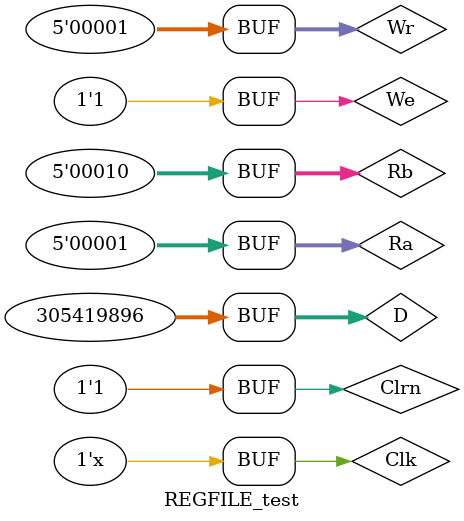
<source format=v>
`timescale 1ns / 1ps


module REGFILE_test;
reg [4:0]Ra,Rb,Wr;
reg [31:0]D;
reg We,Clk,Clrn;
wire [31:0]Qa,Qb;
REGFILE_down uut(.Ra(Ra),.Rb(Rb),.Wr(Wr),.D(D),.We(We),.Clk(Clk),.Clrn(Clrn),.Qa(Qa),.Qb(Qb));
initial begin
Clk=0;Clrn=0;Ra=5'b00001;Rb=5'b00010;Wr=5'b00000;D=32'h00000000;We=0;
#20
Ra=5'b00001;Rb=5'b00010;Wr=5'b00001;D=32'h12345678;We=1;Clk=1;
#20
Clk=0;
#20
Clk=1;Clrn=1;
end
always begin
#20;
Clk=~Clk;
end
endmodule

</source>
